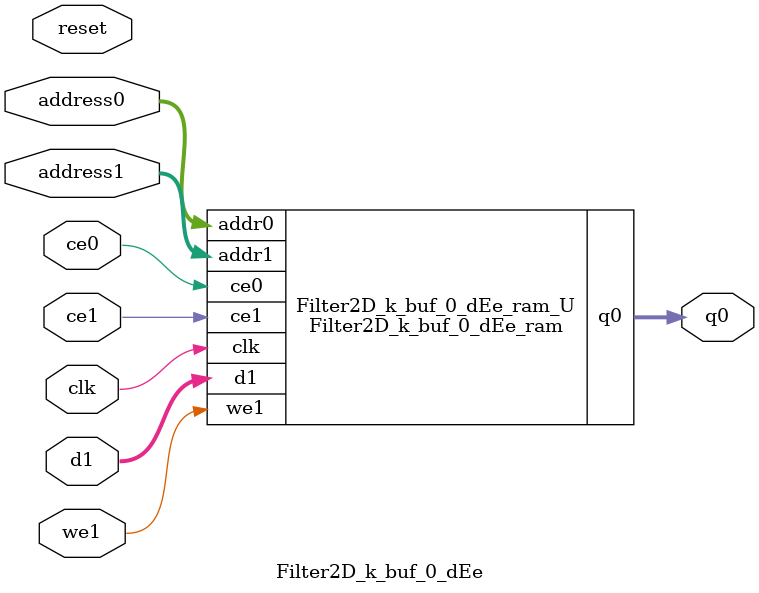
<source format=v>

`timescale 1 ns / 1 ps
module Filter2D_k_buf_0_dEe_ram (addr0, ce0, q0, addr1, ce1, d1, we1,  clk);

parameter DWIDTH = 8;
parameter AWIDTH = 11;
parameter MEM_SIZE = 1920;

input[AWIDTH-1:0] addr0;
input ce0;
output reg[DWIDTH-1:0] q0;
input[AWIDTH-1:0] addr1;
input ce1;
input[DWIDTH-1:0] d1;
input we1;
input clk;

(* ram_style = "block" *)reg [DWIDTH-1:0] ram[0:MEM_SIZE-1];




always @(posedge clk)  
begin 
    if (ce0) 
    begin
            q0 <= ram[addr0];
    end
end


always @(posedge clk)  
begin 
    if (ce1) 
    begin
        if (we1) 
        begin 
            ram[addr1] <= d1; 
        end 
    end
end


endmodule


`timescale 1 ns / 1 ps
module Filter2D_k_buf_0_dEe(
    reset,
    clk,
    address0,
    ce0,
    q0,
    address1,
    ce1,
    we1,
    d1);

parameter DataWidth = 32'd8;
parameter AddressRange = 32'd1920;
parameter AddressWidth = 32'd11;
input reset;
input clk;
input[AddressWidth - 1:0] address0;
input ce0;
output[DataWidth - 1:0] q0;
input[AddressWidth - 1:0] address1;
input ce1;
input we1;
input[DataWidth - 1:0] d1;



Filter2D_k_buf_0_dEe_ram Filter2D_k_buf_0_dEe_ram_U(
    .clk( clk ),
    .addr0( address0 ),
    .ce0( ce0 ),
    .q0( q0 ),
    .addr1( address1 ),
    .ce1( ce1 ),
    .we1( we1 ),
    .d1( d1 ));

endmodule


</source>
